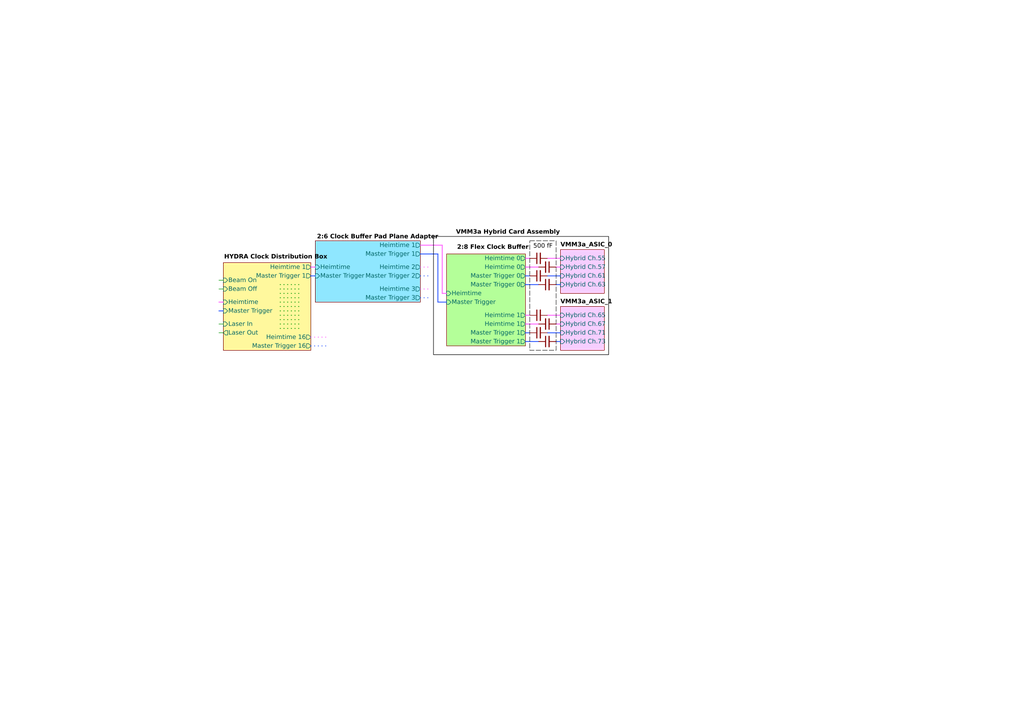
<source format=kicad_sch>
(kicad_sch (version 20250114) (generator "eeschema") (generator_version "9.0")
  (paper "A4")
  (lib_symbols
    (symbol "Device:C_Small" (pin_numbers (hide yes)) (pin_names (offset 0.254) (hide yes))
      (property "Reference" "C" (at 0.254 1.778 0))
      (property "Value" "C_Small" (at 0.254 -2.032 0))
      (symbol "C_Small_0_1"
        (polyline (pts (xy -1.524 0.508) (xy 1.524 0.508)) (stroke (width 0.3048)))
        (polyline (pts (xy -1.524 -0.508) (xy 1.524 -0.508)) (stroke (width 0.3302)))
      )
      (symbol "C_Small_1_1"
        (pin passive line (at 0 2.54 270) (length 2.032) (name "~") (number "1"))
        (pin passive line (at 0 -2.54 90) (length 2.032) (name "~") (number "2"))
      )
    )
  )
  (rectangle (start 125.73 68.58) (end 176.53 102.87) (stroke (width 0) (color 0 0 0 1)))
  (rectangle (start 153.67 69.85) (end 161.29 101.6) (stroke (width 0.127) (type dash) (color 0 0 0 1)))
  (text "500 fF" (at 157.48 71.882 0) (effects (font (size 1.27 1.27))))
  (text "VMM3a Hybrid Card Assembly" (at 147.32 67.818 0) (effects (font (size 1.27 1.27) (bold yes))))
  (wire (pts (xy 81.28 87.63) (xy 87.63 87.63)) (stroke (width 0.254) (type dot)))
  (wire (pts (xy 158.75 74.93) (xy 162.56 74.93)) (stroke (width 0.254) (color 255 92 254 1)))
  (wire (pts (xy 63.5 90.17) (xy 64.77 90.17)) (stroke (width 0.254) (color 43 87 255 1)))
  (wire (pts (xy 161.29 82.55) (xy 162.56 82.55)) (stroke (width 0.254) (color 43 87 255 1)))
  (wire (pts (xy 127 73.66) (xy 121.92 73.66)) (stroke (width 0.254) (color 43 87 255 1)))
  (wire (pts (xy 158.75 80.01) (xy 162.56 80.01)) (stroke (width 0.254) (color 43 87 255 1)))
  (wire (pts (xy 127 87.63) (xy 129.54 87.63)) (stroke (width 0.254) (color 43 87 255 1)))
  (wire (pts (xy 81.28 95.25) (xy 87.63 95.25)) (stroke (width 0.254) (type dot)))
  (wire (pts (xy 121.92 86.36) (xy 124.46 86.36)) (stroke (width 0.254) (type dot) (color 43 87 255 1)))
  (wire (pts (xy 158.75 96.52) (xy 162.56 96.52)) (stroke (width 0.254) (color 43 87 255 1)))
  (wire (pts (xy 158.75 91.44) (xy 162.56 91.44)) (stroke (width 0.254) (color 255 92 254 1)))
  (wire (pts (xy 127 73.66) (xy 127 87.63)) (stroke (width 0.254) (color 43 87 255 1)))
  (wire (pts (xy 152.4 74.93) (xy 153.67 74.93)) (stroke (width 0.254) (color 255 92 254 1)))
  (wire (pts (xy 81.28 82.55) (xy 87.63 82.55)) (stroke (width 0.254) (type dot)))
  (wire (pts (xy 152.4 99.06) (xy 156.21 99.06)) (stroke (width 0.254) (color 43 87 255 1)))
  (wire (pts (xy 152.4 96.52) (xy 153.67 96.52)) (stroke (width 0.254) (color 43 87 255 1)))
  (wire (pts (xy 161.29 99.06) (xy 162.56 99.06)) (stroke (width 0.254) (color 43 87 255 1)))
  (wire (pts (xy 63.5 93.98) (xy 64.77 93.98)))
  (wire (pts (xy 81.28 92.71) (xy 87.63 92.71)) (stroke (width 0.254) (type dot)))
  (wire (pts (xy 152.4 80.01) (xy 153.67 80.01)) (stroke (width 0.254) (color 43 87 255 1)))
  (wire (pts (xy 128.27 71.12) (xy 121.92 71.12)) (stroke (width 0.254) (color 255 92 254 1)))
  (wire (pts (xy 90.17 80.01) (xy 91.44 80.01)) (stroke (width 0.254) (color 43 87 255 1)))
  (wire (pts (xy 81.28 83.82) (xy 87.63 83.82)) (stroke (width 0.254) (type dot)))
  (wire (pts (xy 81.28 88.9) (xy 87.63 88.9)) (stroke (width 0.254) (type dot)))
  (wire (pts (xy 63.5 83.82) (xy 64.77 83.82)))
  (wire (pts (xy 81.28 85.09) (xy 87.63 85.09)) (stroke (width 0.254) (type dot)))
  (wire (pts (xy 121.92 80.01) (xy 124.46 80.01)) (stroke (width 0.254) (type dot) (color 43 87 255 1)))
  (wire (pts (xy 81.28 93.98) (xy 87.63 93.98)) (stroke (width 0.254) (type dot)))
  (wire (pts (xy 128.27 85.09) (xy 129.54 85.09)) (stroke (width 0.254) (color 255 92 254 1)))
  (wire (pts (xy 128.27 71.12) (xy 128.27 85.09)) (stroke (width 0.254) (color 255 92 254 1)))
  (wire (pts (xy 81.28 90.17) (xy 87.63 90.17)) (stroke (width 0.254) (type dot)))
  (wire (pts (xy 90.17 77.47) (xy 91.44 77.47)) (stroke (width 0.254) (color 255 92 254 1)))
  (wire (pts (xy 63.5 87.63) (xy 64.77 87.63)) (stroke (width 0.254) (color 255 92 254 1)))
  (wire (pts (xy 152.4 93.98) (xy 156.21 93.98)) (stroke (width 0.254) (color 255 92 254 1)))
  (wire (pts (xy 152.4 91.44) (xy 153.67 91.44)) (stroke (width 0.254) (color 255 92 254 1)))
  (wire (pts (xy 152.4 82.55) (xy 156.21 82.55)) (stroke (width 0.254) (color 43 87 255 1)))
  (wire (pts (xy 63.5 96.52) (xy 64.77 96.52)))
  (wire (pts (xy 63.5 81.28) (xy 64.77 81.28)))
  (wire (pts (xy 161.29 77.47) (xy 162.56 77.47)) (stroke (width 0.254) (color 255 92 254 1)))
  (wire (pts (xy 81.28 86.36) (xy 87.63 86.36)) (stroke (width 0.254) (type dot)))
  (wire (pts (xy 161.29 93.98) (xy 162.56 93.98)) (stroke (width 0.254) (color 255 92 254 1)))
  (wire (pts (xy 152.4 77.47) (xy 156.21 77.47)) (stroke (width 0.254) (color 255 92 254 1)))
  (wire (pts (xy 81.28 91.44) (xy 87.63 91.44)) (stroke (width 0.254) (type dot)))
  (wire (pts (xy 90.17 100.33) (xy 95.25 100.33)) (stroke (width 0.254) (type dot) (color 43 87 255 1)))
  (wire (pts (xy 121.92 83.82) (xy 124.46 83.82)) (stroke (width 0.254) (type dot) (color 255 92 254 1)))
  (wire (pts (xy 121.92 77.47) (xy 124.46 77.47)) (stroke (width 0.254) (type dot) (color 255 92 254 1)))
  (wire (pts (xy 90.17 97.79) (xy 95.25 97.79)) (stroke (width 0.254) (type dot) (color 255 92 254 1)))
  (symbol (lib_id "Device:C_Small") (at 156.21 96.52 90) (unit 1)
    (property "Reference" "C6" (effects (hide yes)))
    (property "Value" "500fF" (effects (hide yes)))
    (property "Description" "Unpolarized capacitor, small symbol" (effects (hide yes)))
  )
  (symbol (lib_id "Device:C_Small") (at 158.75 77.47 270) (mirror x) (unit 1)
    (property "Reference" "C2" (effects (hide yes)))
    (property "Value" "500fF" (effects (hide yes)))
    (property "Description" "Unpolarized capacitor, small symbol" (effects (hide yes)))
  )
  (symbol (lib_id "Device:C_Small") (at 158.75 82.55 90) (unit 1)
    (property "Reference" "C4" (effects (hide yes)))
    (property "Value" "500fF" (effects (hide yes)))
    (property "Description" "Unpolarized capacitor, small symbol" (effects (hide yes)))
  )
  (symbol (lib_id "Device:C_Small") (at 156.21 80.01 90) (unit 1)
    (property "Reference" "C3" (effects (hide yes)))
    (property "Value" "500fF" (effects (hide yes)))
    (property "Description" "Unpolarized capacitor, small symbol" (effects (hide yes)))
  )
  (symbol (lib_id "Device:C_Small") (at 158.75 99.06 90) (unit 1)
    (property "Reference" "C8" (effects (hide yes)))
    (property "Value" "500fF" (effects (hide yes)))
    (property "Description" "Unpolarized capacitor, small symbol" (effects (hide yes)))
  )
  (symbol (lib_id "Device:C_Small") (at 156.21 91.44 90) (unit 1)
    (property "Reference" "C5" (effects (hide yes)))
    (property "Value" "500fF" (effects (hide yes)))
    (property "Description" "Unpolarized capacitor, small symbol" (effects (hide yes)))
  )
  (symbol (lib_id "Device:C_Small") (at 158.75 93.98 270) (mirror x) (unit 1)
    (property "Reference" "C7" (effects (hide yes)))
    (property "Value" "500fF" (effects (hide yes)))
    (property "Description" "Unpolarized capacitor, small symbol" (effects (hide yes)))
  )
  (symbol (lib_id "Device:C_Small") (at 156.21 74.93 90) (unit 1)
    (property "Reference" "C1" (effects (hide yes)))
    (property "Value" "500fF" (effects (hide yes)))
    (property "Description" "Unpolarized capacitor, small symbol" (effects (hide yes)))
  )
  (sheet (at 162.56 72.39) (size 12.7 12.7) (stroke (width 0.1524)) (fill (color 246 206 255 1.0000))
    (property "Sheetname" "VMM3a_ASIC_0" (at 162.56 71.6784 0) (effects (font (bold yes)) (justify left bottom)))
    (property "Sheetfile" "asic.kicad_sch" (effects (hide yes)))
    (pin "Hybrid Ch.55" input (at 162.56 74.93 180))
    (pin "Hybrid Ch.57" input (at 162.56 77.47 180))
    (pin "Hybrid Ch.61" input (at 162.56 80.01 180))
    (pin "Hybrid Ch.63" input (at 162.56 82.55 180))
  )
  (sheet (at 129.54 73.66) (size 22.86 26.67) (stroke (width 0.1524)) (fill (color 180 255 153 1.0000))
    (property "Sheetname" "2:8 Flex Clock Buffer" (at 132.588 72.39 0) (effects (font (bold yes)) (justify left bottom)))
    (property "Sheetfile" "2_8_clockbuffer.kicad_sch" (effects (hide yes)))
    (pin "Heimtime" input (at 129.54 85.09 180))
    (pin "Heimtime 0" output (at 152.4 74.93 0))
    (pin "Heimtime 1" output (at 152.4 91.44 0))
    (pin "Master Trigger" input (at 129.54 87.63 180))
    (pin "Master Trigger 0" output (at 152.4 80.01 0))
    (pin "Master Trigger 1" output (at 152.4 99.06 0))
    (pin "Heimtime 0" output (at 152.4 77.47 0))
    (pin "Heimtime 1" output (at 152.4 93.98 0))
    (pin "Master Trigger 0" output (at 152.4 82.55 0))
    (pin "Master Trigger 1" output (at 152.4 96.52 0))
  )
  (sheet (at 91.44 69.85) (size 30.48 17.78) (stroke (width 0.1524)) (fill (color 143 231 255 1.0000))
    (property "Sheetname" "2:6 Clock Buffer Pad Plane Adapter" (at 91.948 69.342 0) (effects (font (bold yes)) (justify left bottom)))
    (property "Sheetfile" "1_3CB.kicad_sch" (effects (hide yes)))
    (pin "Heimtime" input (at 91.44 77.47 180))
    (pin "Heimtime 1" output (at 121.92 71.12 0))
    (pin "Heimtime 2" output (at 121.92 77.47 0))
    (pin "Heimtime 3" output (at 121.92 83.82 0))
    (pin "Master Trigger" input (at 91.44 80.01 180))
    (pin "Master Trigger 1" output (at 121.92 73.66 0))
    (pin "Master Trigger 2" output (at 121.92 80.01 0))
    (pin "Master Trigger 3" output (at 121.92 86.36 0))
  )
  (sheet (at 162.56 88.9) (size 12.7 12.7) (stroke (width 0.1524)) (fill (color 246 206 255 1.0000))
    (property "Sheetname" "VMM3a_ASIC_1" (at 162.56 88.1884 0) (effects (font (bold yes)) (justify left bottom)))
    (property "Sheetfile" "asic.kicad_sch" (effects (hide yes)))
    (pin "Hybrid Ch.65" input (at 162.56 91.44 180))
    (pin "Hybrid Ch.67" input (at 162.56 93.98 180))
    (pin "Hybrid Ch.71" input (at 162.56 96.52 180))
    (pin "Hybrid Ch.73" input (at 162.56 99.06 180))
  )
  (sheet (at 64.77 76.2) (size 25.4 25.4) (stroke (width 0.1524)) (fill (color 255 248 157 1.0000))
    (property "Sheetname" "HYDRA Clock Distribution Box" (at 65.024 75.184 0) (effects (font (bold yes)) (justify left bottom)))
    (property "Sheetfile" "FPGA_board.kicad_sch" (effects (hide yes)))
    (pin "Beam Off" input (at 64.77 83.82 180))
    (pin "Beam On" input (at 64.77 81.28 180))
    (pin "Heimtime" input (at 64.77 87.63 180))
    (pin "Heimtime 1" output (at 90.17 77.47 0))
    (pin "Heimtime 16" output (at 90.17 97.79 0))
    (pin "Laser In" input (at 64.77 93.98 180))
    (pin "Laser Out" output (at 64.77 96.52 180))
    (pin "Master Trigger" input (at 64.77 90.17 180))
    (pin "Master Trigger 1" output (at 90.17 80.01 0))
    (pin "Master Trigger 16" output (at 90.17 100.33 0))
  )
)
</source>
